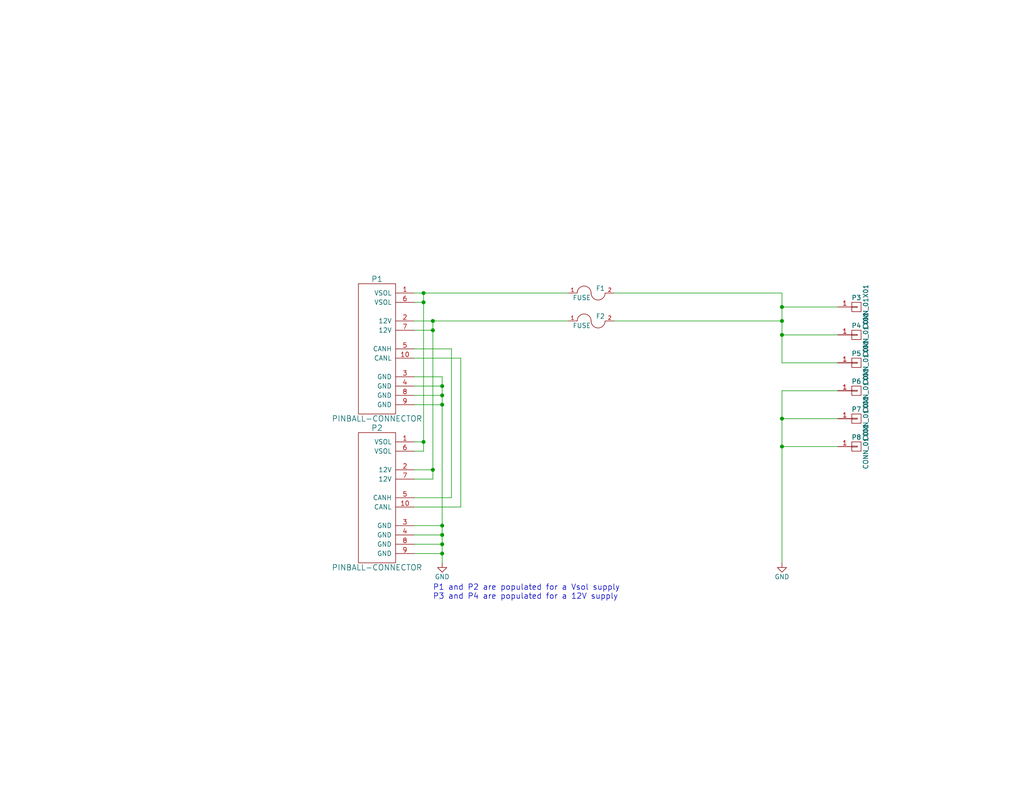
<source format=kicad_sch>
(kicad_sch (version 20230121) (generator eeschema)
  (paper "USLetter")
  (lib_symbols
    (symbol "diypinball-parts:PINBALL-CONNECTOR" (pin_names (offset 1.016))
      (property "Reference" "P" (at 0 19.05 0))
      (property "Value" "PINBALL-CONNECTOR" (at 0 -19.05 0))
      (symbol "PINBALL-CONNECTOR_0_1"
        (rectangle (start 5.08 17.78) (end -5.08 -17.78))
      )
      (symbol "PINBALL-CONNECTOR_1_1"
        (pin power_in line (at 10.16 15.24 180) (length 5.08) (name "VSOL") (number "1"))
        (pin bidirectional line (at 10.16 -2.54 180) (length 5.08) (name "CANL") (number "10"))
        (pin power_in line (at 10.16 7.62 180) (length 5.08) (name "12V") (number "2"))
        (pin power_in line (at 10.16 -7.62 180) (length 5.08) (name "GND") (number "3"))
        (pin power_in line (at 10.16 -10.16 180) (length 5.08) (name "GND") (number "4"))
        (pin bidirectional line (at 10.16 0 180) (length 5.08) (name "CANH") (number "5"))
        (pin power_in line (at 10.16 12.7 180) (length 5.08) (name "VSOL") (number "6"))
        (pin power_in line (at 10.16 5.08 180) (length 5.08) (name "12V") (number "7"))
        (pin power_in line (at 10.16 -12.7 180) (length 5.08) (name "GND") (number "8"))
        (pin power_in line (at 10.16 -15.24 180) (length 5.08) (name "GND") (number "9"))
      )
    )
    (symbol "power-interface-v1-rescue:CONN_01X01" (pin_names (offset 1.016) hide)
      (property "Reference" "P" (at 0 2.54 0))
      (property "Value" "CONN_01X01" (at 2.54 0 90))
      (symbol "CONN_01X01_0_1"
        (rectangle (start -1.27 0.127) (end 0.254 -0.127))
        (rectangle (start -1.27 1.27) (end 1.27 -1.27))
      )
      (symbol "CONN_01X01_1_1"
        (pin passive line (at -5.08 0 0) (length 3.81) (name "P1") (number "1"))
      )
    )
    (symbol "power-interface-v1-rescue:FUSE" (pin_names (offset 0.254))
      (property "Reference" "F" (at 2.54 1.27 0))
      (property "Value" "FUSE" (at -2.54 -1.27 0))
      (symbol "FUSE_0_1"
        (arc (start 0 0) (mid -1.905 1.8967) (end -3.81 0))
        (arc (start 0 0) (mid 1.905 -1.8967) (end 3.81 0))
      )
      (symbol "FUSE_1_1"
        (pin input line (at -6.35 0 0) (length 2.54) (name "~") (number "1"))
        (pin input line (at 6.35 0 180) (length 2.54) (name "~") (number "2"))
      )
    )
    (symbol "power-interface-v1-rescue:GND" (power) (pin_names (offset 0))
      (property "Value" "GND" (at 0 -3.81 0))
      (symbol "GND_0_1"
        (polyline (pts (xy 0 0) (xy 0 -1.27) (xy 1.27 -1.27) (xy 0 -2.54) (xy -1.27 -1.27) (xy 0 -1.27)))
      )
      (symbol "GND_1_1"
        (pin power_in line (at 0 0 270) (length 0) hide (name "GND") (number "1"))
      )
    )
  )
  (junction (at 115.57 120.65))
  (junction (at 213.36 83.82))
  (junction (at 120.65 105.41))
  (junction (at 213.36 121.92))
  (junction (at 120.65 148.59))
  (junction (at 118.11 87.63))
  (junction (at 120.65 146.05))
  (junction (at 120.65 107.95))
  (junction (at 120.65 151.13))
  (junction (at 213.36 91.44))
  (junction (at 115.57 80.01))
  (junction (at 120.65 110.49))
  (junction (at 118.11 90.17))
  (junction (at 120.65 143.51))
  (junction (at 115.57 82.55))
  (junction (at 213.36 114.3))
  (junction (at 213.36 87.63))
  (junction (at 118.11 128.27))
  (wire (pts (xy 118.11 87.63) (xy 154.94 87.63)))
  (wire (pts (xy 118.11 128.27) (xy 113.03 128.27)))
  (wire (pts (xy 125.73 138.43) (xy 125.73 97.79)))
  (wire (pts (xy 113.03 97.79) (xy 125.73 97.79)))
  (wire (pts (xy 213.36 99.06) (xy 228.6 99.06)))
  (wire (pts (xy 228.6 83.82) (xy 213.36 83.82)))
  (wire (pts (xy 113.03 135.89) (xy 123.19 135.89)))
  (wire (pts (xy 120.65 151.13) (xy 120.65 153.67)))
  (wire (pts (xy 113.03 105.41) (xy 120.65 105.41)))
  (wire (pts (xy 120.65 110.49) (xy 113.03 110.49)))
  (wire (pts (xy 115.57 82.55) (xy 113.03 82.55)))
  (wire (pts (xy 213.36 106.68) (xy 213.36 114.3)))
  (wire (pts (xy 115.57 123.19) (xy 113.03 123.19)))
  (wire (pts (xy 213.36 80.01) (xy 213.36 83.82)))
  (wire (pts (xy 118.11 90.17) (xy 113.03 90.17)))
  (wire (pts (xy 115.57 120.65) (xy 115.57 123.19)))
  (wire (pts (xy 120.65 148.59) (xy 113.03 148.59)))
  (wire (pts (xy 113.03 80.01) (xy 115.57 80.01)))
  (wire (pts (xy 167.64 87.63) (xy 213.36 87.63)))
  (wire (pts (xy 120.65 151.13) (xy 113.03 151.13)))
  (wire (pts (xy 120.65 102.87) (xy 120.65 105.41)))
  (wire (pts (xy 120.65 105.41) (xy 120.65 107.95)))
  (wire (pts (xy 167.64 80.01) (xy 213.36 80.01)))
  (wire (pts (xy 113.03 87.63) (xy 118.11 87.63)))
  (wire (pts (xy 118.11 90.17) (xy 118.11 128.27)))
  (wire (pts (xy 228.6 106.68) (xy 213.36 106.68)))
  (wire (pts (xy 113.03 138.43) (xy 125.73 138.43)))
  (wire (pts (xy 120.65 107.95) (xy 113.03 107.95)))
  (wire (pts (xy 213.36 114.3) (xy 213.36 121.92)))
  (wire (pts (xy 113.03 102.87) (xy 120.65 102.87)))
  (wire (pts (xy 213.36 91.44) (xy 213.36 99.06)))
  (wire (pts (xy 115.57 80.01) (xy 154.94 80.01)))
  (wire (pts (xy 118.11 87.63) (xy 118.11 90.17)))
  (wire (pts (xy 113.03 95.25) (xy 123.19 95.25)))
  (wire (pts (xy 120.65 146.05) (xy 120.65 148.59)))
  (wire (pts (xy 228.6 114.3) (xy 213.36 114.3)))
  (wire (pts (xy 120.65 110.49) (xy 120.65 143.51)))
  (wire (pts (xy 213.36 121.92) (xy 213.36 153.67)))
  (wire (pts (xy 120.65 146.05) (xy 113.03 146.05)))
  (wire (pts (xy 123.19 135.89) (xy 123.19 95.25)))
  (wire (pts (xy 213.36 83.82) (xy 213.36 87.63)))
  (wire (pts (xy 120.65 143.51) (xy 113.03 143.51)))
  (wire (pts (xy 228.6 121.92) (xy 213.36 121.92)))
  (wire (pts (xy 115.57 82.55) (xy 115.57 120.65)))
  (wire (pts (xy 118.11 128.27) (xy 118.11 130.81)))
  (wire (pts (xy 115.57 80.01) (xy 115.57 82.55)))
  (wire (pts (xy 115.57 120.65) (xy 113.03 120.65)))
  (wire (pts (xy 120.65 107.95) (xy 120.65 110.49)))
  (wire (pts (xy 228.6 91.44) (xy 213.36 91.44)))
  (wire (pts (xy 213.36 87.63) (xy 213.36 91.44)))
  (wire (pts (xy 120.65 143.51) (xy 120.65 146.05)))
  (wire (pts (xy 118.11 130.81) (xy 113.03 130.81)))
  (wire (pts (xy 120.65 148.59) (xy 120.65 151.13)))
  (text "P1 and P2 are populated for a Vsol supply\nP3 and P4 are populated for a 12V supply" (at 118.11 163.83 0) (effects (font (size 1.524 1.524)) (justify left bottom)))
  (symbol (lib_id "diypinball-parts:PINBALL-CONNECTOR") (at 102.87 95.25 0) (unit 1)
    (property "Reference" "P1" (at 102.87 76.2 0) (effects (font (size 1.524 1.524))))
    (property "Value" "PINBALL-CONNECTOR" (at 102.87 114.3 0) (effects (font (size 1.524 1.524))))
    (property "Footprint" "Pinball:PINBALL-CONNECTOR-V" (effects hide))
  )
  (symbol (lib_id "diypinball-parts:PINBALL-CONNECTOR") (at 102.87 135.89 0) (unit 1)
    (property "Reference" "P2" (at 102.87 116.84 0) (effects (font (size 1.524 1.524))))
    (property "Value" "PINBALL-CONNECTOR" (at 102.87 154.94 0) (effects (font (size 1.524 1.524))))
    (property "Footprint" "Pinball:PINBALL-CONNECTOR-V" (effects hide))
  )
  (symbol (lib_id "power-interface-v1-rescue:GND") (at 120.65 153.67 0) (unit 1)
    (property "Reference" "#PWR01" (effects hide))
    (property "Value" "GND" (at 120.65 157.48 0))
  )
  (symbol (lib_id "power-interface-v1-rescue:CONN_01X01") (at 233.68 83.82 0) (unit 1)
    (property "Reference" "P3" (at 233.68 81.28 0))
    (property "Value" "CONN_01X01" (at 236.22 83.82 90))
    (property "Footprint" "Pinball:PSU-HOLE" (effects hide))
  )
  (symbol (lib_id "power-interface-v1-rescue:CONN_01X01") (at 233.68 91.44 0) (unit 1)
    (property "Reference" "P4" (at 233.68 88.9 0))
    (property "Value" "CONN_01X01" (at 236.22 91.44 90))
    (property "Footprint" "Pinball:PSU-HOLE" (effects hide))
  )
  (symbol (lib_id "power-interface-v1-rescue:CONN_01X01") (at 233.68 99.06 0) (unit 1)
    (property "Reference" "P5" (at 233.68 96.52 0))
    (property "Value" "CONN_01X01" (at 236.22 99.06 90))
    (property "Footprint" "Pinball:PSU-HOLE" (effects hide))
  )
  (symbol (lib_id "power-interface-v1-rescue:CONN_01X01") (at 233.68 106.68 0) (unit 1)
    (property "Reference" "P6" (at 233.68 104.14 0))
    (property "Value" "CONN_01X01" (at 236.22 106.68 90))
    (property "Footprint" "Pinball:PSU-HOLE" (effects hide))
  )
  (symbol (lib_id "power-interface-v1-rescue:CONN_01X01") (at 233.68 114.3 0) (unit 1)
    (property "Reference" "P7" (at 233.68 111.76 0))
    (property "Value" "CONN_01X01" (at 236.22 114.3 90))
    (property "Footprint" "Pinball:PSU-HOLE" (effects hide))
  )
  (symbol (lib_id "power-interface-v1-rescue:CONN_01X01") (at 233.68 121.92 0) (unit 1)
    (property "Reference" "P8" (at 233.68 119.38 0))
    (property "Value" "CONN_01X01" (at 236.22 121.92 90))
    (property "Footprint" "Pinball:PSU-HOLE" (effects hide))
  )
  (symbol (lib_id "power-interface-v1-rescue:GND") (at 213.36 153.67 0) (unit 1)
    (property "Reference" "#PWR02" (effects hide))
    (property "Value" "GND" (at 213.36 157.48 0))
  )
  (symbol (lib_id "power-interface-v1-rescue:FUSE") (at 161.29 80.01 0) (unit 1)
    (property "Reference" "F1" (at 163.83 78.74 0))
    (property "Value" "FUSE" (at 158.75 81.28 0))
    (property "Footprint" "Pinball:FC203-20MM" (effects hide))
  )
  (symbol (lib_id "power-interface-v1-rescue:FUSE") (at 161.29 87.63 0) (unit 1)
    (property "Reference" "F2" (at 163.83 86.36 0))
    (property "Value" "FUSE" (at 158.75 88.9 0))
    (property "Footprint" "Pinball:FC203-20MM" (effects hide))
  )
)
</source>
